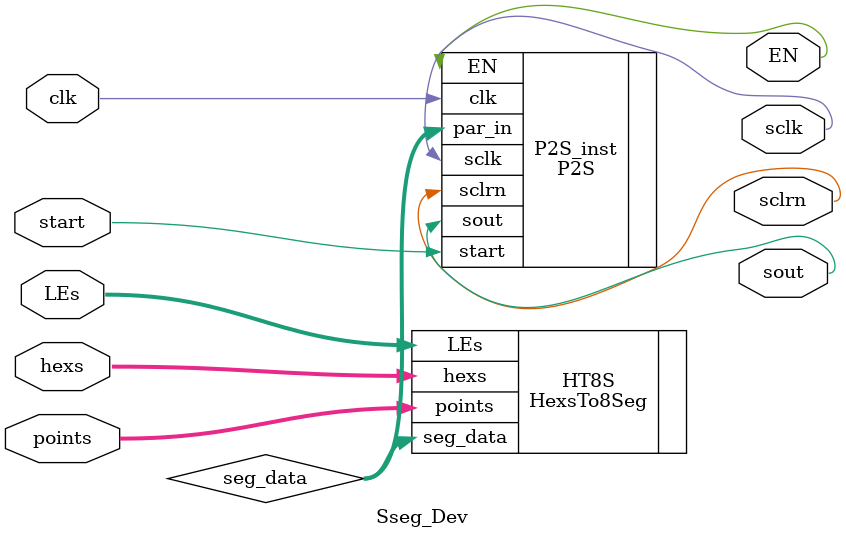
<source format=v>
module Sseg_Dev(
    input clk,
    input start,
    input [31:0] hexs,
    input [7:0] points,
    input [7:0] LEs,
    output sclk,
    output sclrn,
    output sout,
    output EN
);

wire[63:0] seg_data;

HexsTo8Seg HT8S(
    .hexs(hexs[31:0]),
    .points(points[7:0]),
    .LEs(LEs[7:0]),
    .seg_data(seg_data)
);

P2S #(.BIT_WIDTH(64)) P2S_inst(
    .clk(clk),
    .start(start),
    .par_in(seg_data),
    .sclk(sclk),
    .sclrn(sclrn),
    .sout(sout),
    .EN(EN)
);

endmodule
</source>
